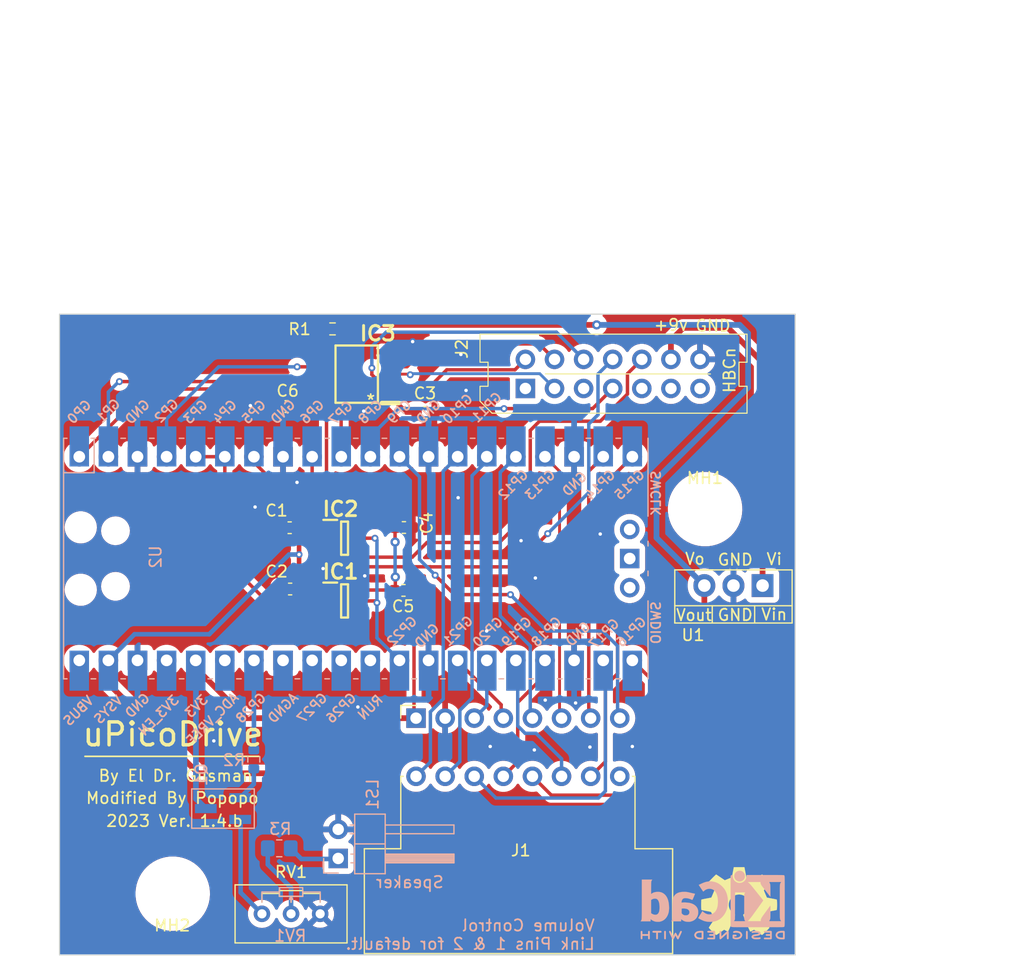
<source format=kicad_pcb>
(kicad_pcb (version 20221018) (generator pcbnew)
  (title_block (title "Micro Pico Drive Board") (date "2023-12-19") (rev "1.4.1") (comment 1 "Original work: Dr. Gusman") (comment 2 "Modify by: Popopo"))
  (layers (0 "F.Cu" signal) (31 "B.Cu" signal) (34 "B.Paste" user) (35 "F.Paste" user) (36 "B.SilkS" user "B.Silkscreen") (37 "F.SilkS" user "F.Silkscreen") (38 "B.Mask" user) (39 "F.Mask" user) (44 "Edge.Cuts" user))
  (net 0 "")
  (net 1 "+5V")
  (net 2 "GND")
  (net 3 "+3V3")
  (net 4 "/QL2PICO_ERASE")
  (net 5 "/QL_HEAD1")
  (net 6 "/PICO_HEAD1")
  (net 7 "/HEAD_DIR")
  (net 8 "/QL_HEAD2")
  (net 9 "/PICO_HEAD2")
  (net 10 "/QL_CS_IN")
  (net 11 "/QL_CS_CK")
  (net 12 "/QL_R{slash}~{W}")
  (net 13 "/QL_CS_OUT")
  (net 15 "Net-(IC3-OE)")
  (net 17 "/PICO_CS_OUT")
  (net 18 "/PICO_R{slash}~{W}")
  (net 19 "/PICO_CS_CK")
  (net 20 "/PICO_CS_IN")
  (net 21 "+9V")
  (net 22 "/UI_LD_READ")
  (net 23 "/UI_LD_WRITE")
  (net 24 "/UI_SCR_SDA")
  (net 25 "/UI_SD_CS")
  (net 26 "/UI_SCR_SCL")
  (net 27 "/UI_SD_SCK")
  (net 28 "/UI_BTN_BACK")
  (net 29 "/UI_SD_MISO")
  (net 30 "/UI_BTN_NEXT")
  (net 31 "/UI_SD_MOSI")
  (net 32 "/UI_BTN_SELECT")
  (net 33 "/UI_DETECT")
  (net 34 "/UI_LD_SELECT")
  (net 47 "Net-(LS1-Pad1)")
  (net 48 "Net-(Q1-B)")
  (net 49 "Net-(Q1-E)")
  (net 50 "/Speaker")
  (net 52 "Net-(R3-Pad1)")
  (footprint "Capacitor_SMD:C_0603_1608Metric" (layer "F.Cu") (at 135.89 99.1 180)
    (fp_text reference "C2")
    (fp_text value "100nf")
  )
  (footprint "MountingHole:MountingHole_3.5mm" (layer "F.Cu") (at 125.645 125.7)
    (fp_text reference "MH2")
    (fp_text value "MountingHole")
  )
  (footprint "Capacitor_SMD:C_0603_1608Metric" (layer "F.Cu") (at 145.82 93.73)
    (fp_text reference "C4")
    (fp_text value "100nf")
  )
  (footprint "MicroPicoDrive_Driver:SOT95P280X145-6N" (layer "F.Cu") (at 140.64 94.665)
    (fp_text reference "IC2")
    (fp_text value "SN74LVC1T45DBVR" hide)
  )
  (footprint "Symbol:OSHW-Symbol_6.7x6mm_SilkScreen" (layer "F.Cu") (at 175.06 126.36)
    (fp_text reference "REF**" hide)
    (fp_text value "OSHW-Symbol_6.7x6mm_SilkScreen" hide)
  )
  (footprint "Capacitor_SMD:C_0603_1608Metric" (layer "F.Cu") (at 135.85 93.75 180)
    (fp_text reference "C1")
    (fp_text value "100nf")
  )
  (footprint "Capacitor_SMD:C_0603_1608Metric" (layer "F.Cu") (at 145.78 99.22)
    (fp_text reference "C5")
    (fp_text value "100nf")
  )
  (footprint "MicroPicoDrive_Driver:SOT95P280X145-6N" (layer "F.Cu") (at 140.64 100.14)
    (fp_text reference "IC1")
    (fp_text value "SN74LVC1T45DBVR" hide)
  )
  (footprint "MicroPicoDrive_Driver:CONN_IDC_2x7" (layer "F.Cu") (at 164.06 80.35 90)
    (fp_text reference "J2")
    (fp_text value "QL_CONN")
  )
  (footprint "Capacitor_SMD:C_0603_1608Metric" (layer "F.Cu") (at 147.7 83.69)
    (fp_text reference "C3")
    (fp_text value "100nf")
  )
  (footprint "Package_TO_SOT_THT:TO-220-3_Vertical" (layer "F.Cu") (at 177.115 98.8 180)
    (fp_text reference "U1")
    (fp_text value "LM7805_TO220")
  )
  (footprint "Capacitor_SMD:C_0603_1608Metric" (layer "F.Cu") (at 135.585 83.17 180)
    (fp_text reference "C6")
    (fp_text value "100nf")
  )
  (footprint "PCM_Potentiometer_THT_AKL_Double:Potentiometer_Bourns_3296W_Vertical" (layer "F.Cu") (at 138.51 127.46)
    (fp_text reference "RV1")
    (fp_text value "1K" hide)
  )
  (footprint "MicroPicoDrive_Driver:Edge_connector_02x08" (layer "F.Cu") (at 155.765 121.925)
    (fp_text reference "J1")
    (fp_text value "Conn_02x16")
  )
  (footprint "MicroPicoDrive_Driver:TXU0304QPWRQ1" (layer "F.Cu") (at 141.7 80.339579 180)
    (fp_text reference "IC3")
    (fp_text value "TXU0304QPWRQ1" hide)
  )
  (footprint "MountingHole:MountingHole_3.5mm" (layer "F.Cu") (at 172.1 92.125)
    (fp_text reference "MH1")
    (fp_text value "MountingHole")
  )
  (footprint "Resistor_SMD:R_0603_1608Metric" (layer "F.Cu") (at 139.59 76.39)
    (fp_text reference "R1")
    (fp_text value "4k7")
  )
  (footprint "Symbol:KiCad-Logo2_5mm_SilkScreen" (layer "B.Cu") (at 172.77 126.68 180)
    (fp_text reference "REF**" hide)
    (fp_text value "KiCad-Logo2_5mm_SilkScreen" hide)
  )
  (footprint "PCM_Package_TO_SOT_SMD_AKL:SOT-23_Handsoldering" (layer "B.Cu") (at 130.03 118.27 180)
    (fp_text reference "Q1")
    (fp_text value "Q_NPN_BEC")
  )
  (footprint "MicroPicoDrive_Driver:RPi_Pico_SMD_TH" (layer "B.Cu") (at 141.62 96.44 -90)
    (fp_text reference "U2")
    (fp_text value "Pico")
  )
  (footprint "Connector_PinHeader_2.54mm:PinHeader_1x02_P2.54mm_Horizontal" (layer "B.Cu") (at 140.085 122.625)
    (fp_text reference "LS1")
    (fp_text value "Speaker")
  )
  (footprint "Resistor_SMD:R_0603_1608Metric" (layer "B.Cu") (at 132.72 113.97 90)
    (fp_text reference "R2")
    (fp_text value "5K6")
  )
  (footprint "Resistor_SMD:R_0805_2012Metric_Pad1.20x1.40mm_HandSolder" (layer "B.Cu") (at 134.94 121.74)
    (fp_text reference "R3")
    (fp_text value "75R")
  )
  (gr_line (start 117.99 113.71) (end 133.15 113.71) (stroke (width 0.15)) (layer "F.SilkS"))
  (gr_line (start 158.17 80.32) (end 172.57 80.325) (stroke (width 0.1)) (layer "F.SilkS"))
  (gr_rect (start 115.765 75.1) (end 179.965 131.05) (stroke (width 0.1)) (fill none) (layer "Edge.Cuts"))
  (gr_text "Volume Control\nLink Pins 1 & 2 for default." (at 162.56 130.67) (layer "B.SilkS") (effects (font (size 1 1)) (justify left bottom mirror)))
  (gr_text "Speaker" (at 149.38 125.28) (layer "B.SilkS") (effects (font (size 1 1)) (justify left bottom mirror)))
  (gr_text "GND" (at 173.11 97.125) (layer "F.SilkS") (effects (font (size 1 1)) (justify left bottom)))
  (gr_text "GND" (at 173.11 101.95) (layer "F.SilkS") (effects (font (size 1 1)) (justify left bottom)))
  (gr_text "*" (at 142.44 83.21) (layer "F.SilkS") (effects (font (size 1 1)) (justify left bottom)))
  (gr_text "GND" (at 171.17 76.7) (layer "F.SilkS") (effects (font (size 1 1)) (justify left bottom)))
  (gr_text "+9v" (at 167.54 76.63) (layer "F.SilkS") (effects (font (size 1 1)) (justify left bottom)))
  (gr_text "Vout" (at 169.49 101.96) (layer "F.SilkS") (effects (font (size 1 0.95)) (justify left bottom)))
  (gr_text "2023 Ver. 1.4.b" (at 125.805 119.355) (layer "F.SilkS") (effects (font (size 1 1))))
  (gr_text "Modified By Popopo" (at 125.61 117.35) (layer "F.SilkS") (effects (font (size 1 1))))
  (gr_text "HBCn" (at 174.82 82.075 90) (layer "F.SilkS") (effects (font (size 1 1)) (justify left bottom)))
  (gr_text "Vin" (at 176.91 101.9) (layer "F.SilkS") (effects (font (size 1 1)) (justify left bottom)))
  (gr_text "By El Dr. Gusman" (at 125.895 115.405) (layer "F.SilkS") (effects (font (size 1 1))))
  (gr_text "Vo" (at 170.275 97.05) (layer "F.SilkS") (effects (font (size 1 0.95)) (justify left bottom)))
  (gr_text "Vi" (at 177.375 97.075) (layer "F.SilkS") (effects (font (size 1 1)) (justify left bottom)))
  (gr_text "uPicoDrive" (at 125.66 111.79) (layer "F.SilkS") (effects (font (size 2 2) (thickness 0.3))))
  (segment (start 144.89 120.5) (end 139.58 115.19) (width 0.5) (layer "F.Cu") (net 1))
  (segment (start 136.67 99.095) (end 136.67 96.09) (width 0.4) (layer "F.Cu") (net 1))
  (segment (start 139.58 115.19) (end 127.86 115.19) (width 0.5) (layer "F.Cu") (net 1))
  (segment (start 136.665 93.71) (end 137.435 93.71) (width 0.4) (layer "F.Cu") (net 1))
  (segment (start 139.3 99.1) (end 139.39 99.19) (width 0.4) (layer "F.Cu") (net 1))
  (segment (start 136.665 99.1) (end 136.67 99.095) (width 0.4) (layer "F.Cu") (net 1))
  (segment (start 144.638 82.289579) (end 146.038421 83.69) (width 0.4) (layer "F.Cu") (net 1))
  (segment (start 162.64 76.04) (end 140.765 76.04) (width 0.5) (layer "F.Cu") (net 1))
  (segment (start 141.43 78.36) (end 141.43 80.15) (width 0.4) (layer "F.Cu") (net 1))
  (segment (start 136.67 93.795) (end 136.625 93.75) (width 0.4) (layer "F.Cu") (net 1))
  (segment (start 136.67 96.09) (end 136.67 93.795) (width 0.4) (layer "F.Cu") (net 1))
  (segment (start 146.038421 83.69) (end 146.925 83.69) (width 0.4) (layer "F.Cu") (net 1))
  (segment (start 172.035 98.8) (end 172.035 114.565) (width 0.5) (layer "F.Cu") (net 1))
  (segment (start 166.1 120.5) (end 144.89 120.5) (width 0.5) (layer "F.Cu") (net 1))
  (segment (start 143.569579 82.289579) (end 144.638 82.289579) (width 0.4) (layer "F.Cu") (net 1))
  (segment (start 127.86 115.19) (end 120.03 107.36) (width 0.5) (layer "F.Cu") (net 1))
  (segment (start 140.415 76.39) (end 140.415 77.345) (width 0.4) (layer "F.Cu") (net 1))
  (segment (start 120.03 107.36) (end 120.03 105.33) (width 0.5) (layer "F.Cu") (net 1))
  (segment (start 136.665 99.1) (end 139.3 99.1) (width 0.4) (layer "F.Cu") (net 1))
  (segment (start 137.435 93.71) (end 137.44 93.715) (width 0.4) (layer "F.Cu") (net 1))
  (segment (start 141.43 80.15) (end 143.569579 82.289579) (width 0.4) (layer "F.Cu") (net 1))
  (segment (start 140.415 77.345) (end 141.43 78.36) (width 0.4) (layer "F.Cu") (net 1))
  (segment locked (start 137.44 93.715) (end 139.39 93.715) (width 0.4) (layer "F.Cu") (net 1))
  (segment (start 172.035 114.565) (end 166.1 120.5) (width 0.5) (layer "F.Cu") (net 1))
  (segment (start 136.625 93.75) (end 136.665 93.71) (width 0.4) (layer "F.Cu") (net 1))
  (segment (start 140.765 76.04) (end 140.415 76.39) (width 0.5) (layer "F.Cu") (net 1))
  (via (at 136.67 96.09) (size 0.6) (drill 0.3) (layers "F.Cu" "B.Cu") (net 1))
  (via (at 162.64 76.04) (size 0.8) (drill 0.4) (layers "F.Cu" "B.Cu") (net 1))
  (segment (start 167.86 94.625) (end 167.86 89.51) (width 0.5) (layer "B.Cu") (net 1))
  (segment (start 172.035 98.8) (end 167.86 94.625) (width 0.5) (layer "B.Cu") (net 1))
  (segment (start 167.86 89.51) (end 175.85 81.52) (width 0.5) (layer "B.Cu") (net 1))
  (segment (start 175.12 76.04) (end 162.64 76.04) (width 0.5) (layer "B.Cu") (net 1))
  (segment (start 122.31 103.05) (end 120.03 105.33) (width 0.4) (layer "B.Cu") (net 1))
  (segment (start 136.67 96.09) (end 135.79 96.09) (width 0.4) (layer "B.Cu") (net 1))
  (segment (start 135.79 96.09) (end 128.83 103.05) (width 0.4) (layer "B.Cu") (net 1))
  (segment (start 175.85 81.52) (end 175.85 76.77) (width 0.5) (layer "B.Cu") (net 1))
  (segment (start 128.83 103.05) (end 122.31 103.05) (width 0.4) (layer "B.Cu") (net 1))
  (segment (start 175.85 76.77) (end 175.12 76.04) (width 0.5) (layer "B.Cu") (net 1))
  (via (at 158.15 108.8) (size 0.6) (drill 0.3) (layers "F.Cu" "B.Cu") (net 2))
  (via (at 150.79 78.62) (size 0.6) (drill 0.3) (layers "F.Cu" "B.Cu") (net 2))
  (via (at 146.58 77.5) (size 0.6) (drill 0.3) (layers "F.Cu" "B.Cu") (net 2))
  (via (at 162.05 112.9) (size 0.6) (drill 0.3) (layers "F.Cu" "B.Cu") (net 2))
  (via (at 162.95 94.3) (size 0.6) (drill 0.3) (layers "F.Cu" "B.Cu") (net 2))
  (via (at 142.4 97.9535) (size 0.6) (drill 0.3) (layers "F.Cu" "B.Cu") (net 2))
  (via (at 141.8 109.4) (size 0.6) (drill 0.3) (layers "F.Cu" "B.Cu") (net 2))
  (via locked (at 138.765 97.315) (size 0.6) (drill 0.3) (layers "F.Cu" "B.Cu") (net 2))
  (via (at 160.8 109.05) (size 0.6) (drill 0.3) (layers "F.Cu" "B.Cu") (net 2))
  (via (at 151.24 81.76) (size 0.6) (drill 0.3) (layers "F.Cu" "B.Cu") (net 2))
  (via (at 157.2 113.15) (size 0.6) (drill 0.3) (layers "F.Cu" "B.Cu") (net 2))
  (via (at 132.83 91.94) (size 0.6) (drill 0.3) (layers "F.Cu" "B.Cu") (net 2))
  (via locked (at 153.04 102.765) (size 0.6) (drill 0.3) (layers "F.Cu" "B.Cu") (net 2))
  (via (at 153.35 112.85) (size 0.6) (drill 0.3) (layers "F.Cu" "B.Cu") (net 2))
  (via (at 150.55 91.13) (size 0.6) (drill 0.3) (layers "F.Cu" "B.Cu") (net 2))
  (via (at 129.23 112.36) (size 0.6) (drill 0.3) (layers "F.Cu" "B.Cu") (net 2))
  (via (at 165.75 112.85) (size 0.6) (drill 0.3) (layers "F.Cu" "B.Cu") (net 2))
  (via locked (at 157.29 98.14) (size 0.6) (drill 0.3) (layers "F.Cu" "B.Cu") (net 2))
  (via locked (at 136.49 89.79) (size 0.6) (drill 0.3) (layers "F.Cu" "B.Cu") (net 2))
  (via (at 132.42 83.09) (size 0.6) (drill 0.3) (layers "F.Cu" "B.Cu") (net 2))
  (via (at 142.31 83.57) (size 0.6) (drill 0.3) (layers "F.Cu" "B.Cu") (net 2))
  (via (at 156.04 94.88) (size 0.6) (drill 0.3) (layers "F.Cu" "B.Cu") (net 2))
  (segment (start 137.950421 82.289579) (end 138.762 82.289579) (width 0.4) (layer "F.Cu") (net 3))
  (segment (start 139.064 90.214) (end 139.064 82.591579) (width 0.3) (layer "F.Cu") (net 3))
  (segment (start 127.65 105.99) (end 127.65 105.33) (width 0.5) (layer "F.Cu") (net 3))
  (segment (start 141.89 93.715) (end 141.89 93.04) (width 0.3) (layer "F.Cu") (net 3))
  (segment (start 146.875 110.375) (end 132.035 110.375) (width 0.5) (layer "F.Cu") (net 3))
  (segment (start 141.89 93.715) (end 145.03 93.715) (width 0.3) (layer "F.Cu") (net 3))
  (segment (start 145.03 93.715) (end 145.04 93.725) (width 0.3) (layer "F.Cu") (net 3))
  (segment (start 145.045 94.995) (end 145.045 93.73) (width 0.3) (layer "F.Cu") (net 3))
  (segment (start 145.07 98.0535) (end 145.07 99.155) (width 0.3) (layer "F.Cu") (net 3))
  (segment (start 132.035 110.375) (end 127.65 105.99) (width 0.5) (layer "F.Cu") (net 3))
  (segment (start 145.05 95) (end 145.045 94.995) (width 0.3) (layer "F.Cu") (net 3))
  (segment (start 139.064 82.591579) (end 138.762 82.289579) (width 0.3) (layer "F.Cu") (net 3))
  (segment (start 145.01 99.205) (end 144.995 99.19) (width 0.3) (layer "F.Cu") (net 3))
  (segment (start 146.7 110.2) (end 146.7 102.485) (width 0.3) (layer "F.Cu") (net 3))
  (segment (start 136.36 83.17) (end 137.07 83.17) (width 0.4) (layer "F.Cu") (net 3))
  (segment (start 145.07 99.155) (end 145.005 99.22) (width 0.3) (layer "F.Cu") (net 3))
  (segment (start 141.89 93.04) (end 139.064 90.214) (width 0.3) (layer "F.Cu") (net 3))
  (segment (start 144.995 99.19) (end 141.89 99.19) (width 0.3) (layer "F.Cu") (net 3))
  (segment (start 145.01 100.795) (end 145.01 99.205) (width 0.3) (layer "F.Cu") (net 3))
  (segment (start 146.7 102.485) (end 145.01 100.795) (width 0.3) (layer "F.Cu") (net 3))
  (segment (start 137.07 83.17) (end 137.950421 82.289579) (width 0.4) (layer "F.Cu") (net 3))
  (segment (start 146.875 110.375) (end 146.7 110.2) (width 0.3) (layer "F.Cu") (net 3))
  (via (at 145.05 95) (size 0.8) (drill 0.4) (layers "F.Cu" "B.Cu") (net 3))
  (via (at 145.07 98.0535) (size 0.8) (drill 0.4) (layers "F.Cu" "B.Cu") (net 3))
  (segment (start 145.07 98.0535) (end 145.05 98.0335) (width 0.3) (layer "B.Cu") (net 3))
  (segment (start 127.65 105.33) (end 127.67 105.35) (width 0.5) (layer "B.Cu") (net 3))
  (segment (start 127.67 117.41) (end 128.53 118.27) (width 0.5) (layer "B.Cu") (net 3))
  (segment (start 127.67 105.35) (end 127.67 117.41) (width 0.5) (layer "B.Cu") (net 3))
  (segment (start 145.05 98.0335) (end 145.05 95) (width 0.3) (layer "B.Cu") (net 3))
  (segment (start 154.55 83.35) (end 162.28 83.35) (width 0.3) (layer "F.Cu") (net 4))
  (segment (start 162.28 83.35) (end 164.04 81.59) (width 0.3) (layer "F.Cu") (net 4))
  (via (at 154.55 83.35) (size 0.6) (drill 0.3) (layers "F.Cu" "B.Cu") (net 4))
  (segment (start 142.89 85.782) (end 142.89 87.55) (width 0.3) (layer "B.Cu") (net 4))
  (segment (start 154.55 83.35) (end 145.322 83.35) (width 0.3) (layer "B.Cu") (net 4))
  (segment (start 145.322 83.35) (end 142.89 85.782) (width 0.3) (layer "B.Cu") (net 4))
  (segment (start 140.79 100.615) (end 140.79 98.344393) (width 0.3) (layer "F.Cu") (net 5))
  (segment locked (start 158.365 94.265) (end 155.465 97.165) (width 0.3) (layer "F.Cu") (net 5))
  (segment locked (start 139.39 101.09) (end 140.315 101.09) (width 0.3) (layer "F.Cu") (net 5))
  (segment (start 141.974393 97.16) (end 148.135 97.16) (width 0.3) (layer "F.Cu") (net 5))
  (segment locked (start 140.315 101.09) (end 140.79 100.615) (width 0.3) (layer "F.Cu") (net 5))
  (segment (start 140.79 98.344393) (end 141.974393 97.16) (width 0.3) (layer "F.Cu") (net 5))
  (segment locked (start 155.465 97.165) (end 148.14 97.165) (width 0.3) (layer "F.Cu") (net 5))
  (segment (start 148.135 97.16) (end 148.14 97.165) (width 0.3) (layer "F.Cu") (net 5))
  (via locked (at 158.365 94.265) (size 0.6) (drill 0.3) (layers "F.Cu" "B.Cu") (net 5))
  (segment (start 162.754 83.888) (end 162.754 80.336) (width 0.3) (layer "B.Cu") (net 5))
  (segment (start 161.95 84.692) (end 162.754 83.888) (width 0.3) (layer "B.Cu") (net 5))
  (segment (start 161.95 90.68) (end 161.95 84.692) (width 0.3) (layer "B.Cu") (net 5))
  (segment (start 158.365 94.265) (end 161.95 90.68) (width 0.3) (layer "B.Cu") (net 5))
  (segment (start 162.754 80.336) (end 164.04 79.05) (width 0.3) (layer "B.Cu") (net 5))
  (segment (start 130.19 90.785) (end 130.2 90.795) (width 0.3) (layer "F.Cu") (net 6))
  (segment (start 135.62 101.94) (end 136.39 101.94) (width 0.3) (layer "F.Cu") (net 6))
  (segment (start 127.65 87.55) (end 130.19 87.55) (width 0.3) (layer "F.Cu") (net 6))
  (segment (start 130.2 90.795) (end 130.2 96.52) (width 0.3) (layer "F.Cu") (net 6))
  (segment (start 130.2 96.52) (end 135.62 101.94) (width 0.3) (layer "F.Cu") (net 6))
  (segment locked (start 136.39 101.94) (end 141.04 101.94) (width 0.3) (layer "F.Cu") (net 6))
  (segment (start 130.19 87.55) (end 130.19 90.785) (width 0.3) (layer "F.Cu") (net 6))
  (segment locked (start 141.04 101.94) (end 141.89 101.09) (width 0.3) (layer "F.Cu") (net 6))
  (segment (start 141.89 100.14) (end 143.305 100.14) (width 0.3) (layer "F.Cu") (net 7))
  (segment locked (start 142.49 94.665) (end 141.89 94.665) (width 0.3) (layer "F.Cu") (net 7))
  (segment (start 143.305 100.14) (end 143.465 100.3) (width 0.3) (layer "F.Cu") (net 7))
  (segment (start 143.29 94.665) (end 142.49 94.665) (width 0.3) (layer "F.Cu") (net 7))
  (via (at 143.29 94.665) (size 0.6) (drill 0.3) (layers "F.Cu" "B.Cu") (net 7))
  (via (at 143.465 100.3) (size 0.6) (drill 0.3) (layers "F.Cu" "B.Cu") (net 7))
  (segment (start 143.465 94.84) (end 143.29 94.665) (width 0.3) (layer "B.Cu") (net 7))
  (segment (start 145.43 105.33) (end 143.465 103.365) (width 0.3) (layer "B.Cu") (net 7))
  (segment (start 143.465 103.365) (end 143.465 94.84) (width 0.3) (layer "B.Cu") (net 7))
  (segment (start 147.83 95.04) (end 146.551 96.319) (width 0.3) (layer "F.Cu") (net 8))
  (segment (start 156.791 92.389) (end 156.844 92.336) (width 0.3) (layer "F.Cu") (net 8))
  (segment (start 156.844 92.336) (end 156.844 85.256) (width 0.3) (layer "F.Cu") (net 8))
  (segment (start 156.844 85.256) (end 157.65 84.45) (width 0.3) (layer "F.Cu") (net 8))
  (segment (start 157.65 84.45) (end 162.953424 84.45) (width 0.3) (layer "F.Cu") (net 8))
  (segment locked (start 148.24 95.04) (end 154.14 95.04) (width 0.3) (layer "F.Cu") (net 8))
  (segment (start 146.551 96.319) (end 140.094 96.319) (width 0.3) (layer "F.Cu") (net 8))
  (segment (start 148.24 95.04) (end 147.83 95.04) (width 0.3) (layer "F.Cu") (net 8))
  (segment (start 162.953424 84.45) (end 165.326 82.077424) (width 0.3) (layer "F.Cu") (net 8))
  (segment (start 165.326 82.077424) (end 165.326 80.304) (width 0.3) (layer "F.Cu") (net 8))
  (segment (start 140.094 96.319) (end 139.39 95.615) (width 0.3) (layer "F.Cu") (net 8))
  (segment (start 165.326 80.304) (end 166.58 79.05) (width 0.3) (layer "F.Cu") (net 8))
  (segment locked (start 154.14 95.04) (end 156.791 92.389) (width 0.3) (layer "F.Cu") (net 8))
  (segment locked (start 141.89 95.615) (end 141.29 95.615) (width 0.3) (layer "F.Cu") (net 9))
  (segment locked (start 141.29 95.615) (end 140.69 95.015) (width 0.3) (layer "F.Cu") (net 9))
  (segment (start 138.395 91.095) (end 137.81 90.51) (width 0.3) (layer "F.Cu") (net 9))
  (segment (start 140.69 95.015) (end 140.69 93.39) (width 0.3) (layer "F.Cu") (net 9))
  (segment (start 139.06 91.76) (end 136.46 91.76) (width 0.3) (layer "F.Cu") (net 9))
  (segment (start 132.73 88.03) (end 132.73 87.55) (width 0.3) (layer "F.Cu") (net 9))
  (segment (start 140.69 93.39) (end 138.23 90.93) (width 0.3) (layer "F.Cu") (net 9))
  (segment (start 136.46 91.76) (end 132.73 88.03) (width 0.3) (layer "F.Cu") (net 9))
  (segment (start 137.81 90.51) (end 137.81 87.55) (width 0.3) (layer "F.Cu") (net 9))
  (segment (start 149.56 79.96) (end 147.880421 81.639579) (width 0.3) (layer "F.Cu") (net 10))
  (segment (start 155.51 79.96) (end 149.56 79.96) (width 0.3) (layer "F.Cu") (net 10))
  (segment (start 156.42 79.05) (end 155.51 79.96) (width 0.3) (layer "F.Cu") (net 10))
  (segment (start 147.880421 81.639579) (end 144.638 81.639579) (width 0.3) (layer "F.Cu") (net 10))
  (segment (start 143.02 79.8) (end 143.02 80.384079) (width 0.3) (layer "F.Cu") (net 11))
  (segment (start 143.6255 80.989579) (end 144.638 80.989579) (width 0.3) (layer "F.Cu") (net 11))
  (segment (start 143.02 80.384079) (end 143.6255 80.989579) (width 0.3) (layer "F.Cu") (net 11))
  (via (at 143.02 79.8) (size 0.6) (drill 0.3) (layers "F.Cu" "B.Cu") (net 11))
  (segment (start 144.265 76.675) (end 159.125 76.675) (width 0.3) (layer "B.Cu") (net 11))
  (segment (start 143.02 77.92) (end 144.265 76.675) (width 0.3) (layer "B.Cu") (net 11))
  (segment (start 143.02 79.8) (end 143.02 77.92) (width 0.3) (layer "B.Cu") (net 11))
  (segment (start 159.125 76.675) (end 161.5 79.05) (width 0.3) (layer "B.Cu") (net 11))
  (segment (start 146.37 80.393079) (end 146.3165 80.339579) (width 0.25) (layer "F.Cu") (net 12))
  (segment (start 146.3165 80.339579) (end 144.638 80.339579) (width 0.25) (layer "F.Cu") (net 12))
  (via (at 146.37 80.393079) (size 0.6) (drill 0.3) (layers "F.Cu" "B.Cu") (net 12))
  (segment (start 146.37 80.393079) (end 146.463735 80.299344) (width 0.25) (layer "B.Cu") (net 12))
  (segment (start 146.463735 80.299344) (end 157.669344 80.299344) (width 0.25) (layer "B.Cu") (net 12))
  (segment (start 157.669344 80.299344) (end 158.96 81.59) (width 0.25) (layer "B.Cu") (net 12))
  (segment (start 148.08 77.7) (end 157.61 77.7) (width 0.3) (layer "F.Cu") (net 13))
  (segment (start 157.61 77.7) (end 158.96 79.05) (width 0.3) (layer "F.Cu") (net 13))
  (segment (start 146.090421 79.689579) (end 148.08 77.7) (width 0.3) (layer "F.Cu") (net 13))
  (segment (start 144.638 79.689579) (end 146.090421 79.689579) (width 0.3) (layer "F.Cu") (net 13))
  (segment (start 138.762 78.389579) (end 138.762 76.393) (width 0.3) (layer "F.Cu") (net 15))
  (segment (start 138.762 76.393) (end 138.765 76.39) (width 0.3) (layer "F.Cu") (net 15))
  (segment (start 138.751579 79.7) (end 138.762 79.689579) (width 0.3) (layer "F.Cu") (net 17))
  (segment (start 136.5 79.7) (end 138.751579 79.7) (width 0.3) (layer "F.Cu") (net 17))
  (via (at 136.5 79.7) (size 0.6) (drill 0.3) (layers "F.Cu" "B.Cu") (net 17))
  (segment (start 125.11 84.24) (end 125.11 87.55) (width 0.3) (layer "B.Cu") (net 17))
  (segment (start 136.5 79.7) (end 129.65 79.7) (width 0.3) (layer "B.Cu") (net 17))
  (segment (start 129.65 79.7) (end 125.11 84.24) (width 0.3) (layer "B.Cu") (net 17))
  (segment (start 140.34 87.54) (end 140.35 87.55) (width 0.3) (layer "F.Cu") (net 18))
  (segment (start 139.829579 80.339579) (end 140.34 80.85) (width 0.3) (layer "F.Cu") (net 18))
  (segment (start 138.762 80.339579) (end 138.752421 80.33) (width 0.3) (layer "F.Cu") (net 18))
  (segment (start 140.34 80.85) (end 140.34 87.54) (width 0.3) (layer "F.Cu") (net 18))
  (segment (start 138.762 80.339579) (end 139.829579 80.339579) (width 0.3) (layer "F.Cu") (net 18))
  (segment (start 120.990421 80.989579) (end 138.762 80.989579) (width 0.3) (layer "F.Cu") (net 19))
  (via (at 120.990421 80.989579) (size 0.6) (drill 0.3) (layers "F.Cu" "B.Cu") (net 19))
  (segment (start 120.940421 80.989579) (end 120.03 81.9) (width 0.3) (layer "B.Cu") (net 19))
  (segment (start 120.990421 80.989579) (end 120.940421 80.989579) (width 0.3) (layer "B.Cu") (net 19))
  (segment (start 120.03 81.9) (end 120.03 87.55) (width 0.3) (layer "B.Cu") (net 19))
  (segment (start 138.762 81.639579) (end 123.410421 81.639579) (width 0.3) (layer "F.Cu") (net 20))
  (segment (start 123.410421 81.639579) (end 117.5 87.55) (width 0.3) (layer "F.Cu") (net 20))
  (segment (start 117.5 87.55) (end 117.49 87.55) (width 0.3) (layer "F.Cu") (net 20))
  (segment (start 170.2 76.3) (end 169.12 77.38) (width 0.5) (layer "F.Cu") (net 21))
  (segment (start 174.1 76.3) (end 170.2 76.3) (width 0.5) (layer "F.Cu") (net 21))
  (segment (start 177.115 98.8) (end 177.115 79.315) (width 0.5) (layer "F.Cu") (net 21))
  (segment (start 177.115 79.315) (end 174.1 76.3) (width 0.5) (layer "F.Cu") (net 21))
  (segment (start 169.12 77.38) (end 169.12 79.05) (width 0.5) (layer "F.Cu") (net 21))
  (segment (start 148.129 109.821) (end 149.25 108.7) (width 0.3) (layer "B.Cu") (net 22))
  (segment (start 149.25 108.7) (end 149.25 88.81) (width 0.3) (layer "B.Cu") (net 22))
  (segment (start 149.25 88.81) (end 150.51 87.55) (width 0.3) (layer "B.Cu") (net 22))
  (segment (start 148.129 114.201) (end 148.129 109.821) (width 0.3) (layer "B.Cu") (net 22))
  (segment (start 146.875 115.455) (end 148.129 114.201) (width 0.3) (layer "B.Cu") (net 22))
  (segment (start 150.7 114.17) (end 150.7 109.683424) (width 0.3) (layer "B.Cu") (net 23))
  (segment (start 150.7 109.683424) (end 151.764 108.619424) (width 0.3) (layer "B.Cu") (net 23))
  (segment (start 151.764 89.2085) (end 153.05 87.9225) (width 0.3) (layer "B.Cu") (net 23))
  (segment (start 153.05 87.9225) (end 153.05 87.55) (width 0.3) (layer "B.Cu") (net 23))
  (segment (start 149.415 115.455) (end 150.7 114.17) (width 0.3) (layer "B.Cu") (net 23))
  (segment (start 151.764 108.619424) (end 151.764 89.2085) (width 0.3) (layer "B.Cu") (net 23))
  (segment (start 153.05 105.33) (end 153.05 109.28) (width 0.3) (layer "B.Cu") (net 24))
  (segment (start 153.05 109.28) (end 151.955 110.375) (width 0.3) (layer "B.Cu") (net 24))
  (segment (start 151.955 115.455) (end 153.85 117.35) (width 0.3) (layer "B.Cu") (net 25))
  (segment (start 153.85 117.35) (end 162.791 117.35) (width 0.3) (layer "B.Cu") (net 25))
  (segment (start 163.4 116.741) (end 163.4 105.52) (width 0.3) (layer "B.Cu") (net 25))
  (segment (start 163.4 105.52) (end 163.21 105.33) (width 0.3) (layer "B.Cu") (net 25))
  (segment (start 162.791 117.35) (end 163.4 116.741) (width 0.3) (layer "B.Cu") (net 25))
  (segment (start 154.495 110.375) (end 154.304 110.184) (width 0.3) (layer "F.Cu") (net 26))
  (segment (start 154.304 110.184) (end 154.304 109.204) (width 0.3) (layer "F.Cu") (net 26))
  (segment (start 154.304 109.204) (end 150.51 105.41) (width 0.3) (layer "F.Cu") (net 26))
  (segment (start 154.495 115.455) (end 155.749 114.201) (width 0.3) (layer "F.Cu") (net 27))
  (segment (start 158.13 106.62) (end 158.13 105.33) (width 0.3) (layer "F.Cu") (net 27))
  (segment (start 155.749 109.001) (end 158.13 106.62) (width 0.3) (layer "F.Cu") (net 27))
  (segment (start 155.749 114.201) (end 155.749 109.001) (width 0.3) (layer "F.Cu") (net 27))
  (segment (start 154.224 101.456) (end 154.224 88.916) (width 0.3) (layer "B.Cu") (net 28))
  (segment (start 156.844 104.076) (end 154.224 101.456) (width 0.3) (layer "B.Cu") (net 28))
  (segment (start 154.224 88.916) (end 155.59 87.55) (width 0.3) (layer "B.Cu") (net 28))
  (segment (start 157.035 110.375) (end 156.844 110.184) (width 0.3) (layer "B.Cu") (net 28))
  (segment (start 156.844 110.184) (end 156.844 104.076) (width 0.3) (layer "B.Cu") (net 28))
  (segment (start 167.5 107.08) (end 165.75 105.33) (width 0.3) (layer "F.Cu") (net 29))
  (segment (start 167.5 116.1) (end 167.5 107.08) (width 0.3) (layer "F.Cu") (net 29))
  (segment (start 166.5 117.1) (end 167.5 116.1) (width 0.3) (layer "F.Cu") (net 29))
  (segment (start 158.68 117.1) (end 166.5 117.1) (width 0.3) (layer "F.Cu") (net 29))
  (segment (start 157.035 115.455) (end 158.68 117.1) (width 0.3) (layer "F.Cu") (net 29))
  (segment (start 159.4 88.82) (end 158.13 87.55) (width 0.25) (layer "F.Cu") (net 30))
  (segment (start 159.575 110.375) (end 159.4 110.2) (width 0.25) (layer "F.Cu") (net 30))
  (segment (start 159.4 110.2) (end 159.4 88.82) (width 0.25) (layer "F.Cu") (net 30))
  (segment (start 155.59 105.33) (end 155.749 105.489) (width 0.3) (layer "B.Cu") (net 31))
  (segment (start 157.35 111.7) (end 159.575 113.925) (width 0.3) (layer "B.Cu") (net 31))
  (segment (start 156.4 111.7) (end 157.35 111.7) (width 0.3) (layer "B.Cu") (net 31))
  (segment (start 155.749 111.049) (end 156.4 111.7) (width 0.3) (layer "B.Cu") (net 31))
  (segment (start 159.575 113.925) (end 159.575 115.455) (width 0.3) (layer "B.Cu") (net 31))
  (segment (start 155.749 105.489) (end 155.749 111.049) (width 0.3) (layer "B.Cu") (net 31))
  (segment (start 161.95 88.81) (end 163.21 87.55) (width 0.3) (layer "F.Cu") (net 32))
  (segment (start 161.95 110.21) (end 161.95 88.81) (width 0.3) (layer "F.Cu") (net 32))
  (segment (start 162.115 110.375) (end 161.95 110.21) (width 0.3) (layer "F.Cu") (net 32))
  (segment (start 164.015 89.285) (end 165.75 87.55) (width 0.3) (layer "F.Cu") (net 33))
  (segment (start 163.401 107.55) (end 164.464 106.487) (width 0.3) (layer "F.Cu") (net 33))
  (segment (start 162.115 115.455) (end 163.401 114.169) (width 0.3) (layer "F.Cu") (net 33))
  (segment (start 164.015 101.615) (end 164.015 89.285) (width 0.3) (layer "F.Cu") (net 33))
  (segment (start 164.464 106.487) (end 164.464 102.064) (width 0.3) (layer "F.Cu") (net 33))
  (segment (start 163.401 114.169) (end 163.401 107.55) (width 0.3) (layer "F.Cu") (net 33))
  (segment locked (start 164.379 101.979) (end 164.015 101.615) (width 0.3) (layer "F.Cu") (net 33))
  (segment (start 164.464 102.064) (end 164.379 101.979) (width 0.3) (layer "F.Cu") (net 33))
  (segment (start 150.2365 99.59) (end 155.115 99.59) (width 0.3) (layer "F.Cu") (net 34))
  (segment (start 148.5465 97.9) (end 150.2365 99.59) (width 0.3) (layer "F.Cu") (net 34))
  (via locked (at 155.115 99.59) (size 0.6) (drill 0.3) (layers "F.Cu" "B.Cu") (net 34))
  (via (at 148.5465 97.9) (size 0.6) (drill 0.3) (layers "F.Cu" "B.Cu") (net 34))
  (segment (start 164.464 110.184) (end 164.464 104.076) (width 0.3) (layer "B.Cu") (net 34))
  (segment (start 148.5465 97.8865) (end 147.18 96.52) (width 0.3) (layer "B.Cu") (net 34))
  (segment locked (start 155.115 99.59) (end 158.29 102.765) (width 0.3) (layer "B.Cu") (net 34))
  (segment locked (start 158.29 102.765) (end 162.461342 102.765) (width 0.3) (layer "B.Cu") (net 34))
  (segment (start 164.464 104.076) (end 163.153 102.765) (width 0.3) (layer "B.Cu") (net 34))
  (segment (start 147.18 89.3) (end 145.43 87.55) (width 0.3) (layer "B.Cu") (net 34))
  (segment (start 148.5465 97.9) (end 148.5465 97.8865) (width 0.3) (layer "B.Cu") (net 34))
  (segment (start 147.18 96.52) (end 147.18 89.3) (width 0.3) (layer "B.Cu") (net 34))
  (segment (start 163.153 102.765) (end 162.461342 102.765) (width 0.3) (layer "B.Cu") (net 34))
  (segment (start 164.655 110.375) (end 164.464 110.184) (width 0.3) (layer "B.Cu") (net 34))
  (segment (start 140.04 122.67) (end 136.87 122.67) (width 0.4) (layer "B.Cu") (net 47))
  (segment (start 140.085 122.625) (end 140.04 122.67) (width 0.4) (layer "B.Cu") (net 47))
  (segment (start 136.87 122.67) (end 135.94 121.74) (width 0.4) (layer "B.Cu") (net 47))
  (segment (start 132.72 116.13) (end 131.53 117.32) (width 0.4) (layer "B.Cu") (net 48))
  (segment (start 132.72 114.795) (end 132.72 116.13) (width 0.4) (layer "B.Cu") (net 48))
  (segment (start 131.57 125.6) (end 131.57 119.26) (width 0.4) (layer "B.Cu") (net 49))
  (segment (start 131.57 119.26) (end 131.53 119.22) (width 0.3) (layer "B.Cu") (net 49))
  (segment (start 133.43 127.46) (end 131.57 125.6) (width 0.4) (layer "B.Cu") (net 49))
  (segment (start 132.73 105.33) (end 132.73 113.055) (width 0.4) (layer "B.Cu") (net 50))
  (segment (start 133.94 121.74) (end 133.94 123.15) (width 0.4) (layer "B.Cu") (net 52))
  (segment (start 133.94 123.15) (end 135.97 125.18) (width 0.4) (layer "B.Cu") (net 52))
  (segment (start 135.97 125.18) (end 135.97 127.46) (width 0.4) (layer "B.Cu") (net 52))
  (zone (net 2) (net_name "GND") (layer "F.Cu") (connect_pads (clearance 0.508)) (min_thickness 0.25) (fill yes (thermal_gap 0.5) (thermal_bridge_width 0.5))
    (polygon (pts (xy 114.225 72.15) (xy 114.15 131) (xy 180.35 131) (xy 180.075 72.375) (xy 114.225 72.225)))
  )
  (zone (net 2) (net_name "GND") (layer "B.Cu") (priority 1) (connect_pads (clearance 0.508)) (min_thickness 0.25) (fill yes (thermal_gap 0.5) (thermal_bridge_width 0.5))
    (polygon (pts (xy 114.45 72.375) (xy 114.3 131.075) (xy 180.15 131.225) (xy 179.925 72.15)))
  )
)
</source>
